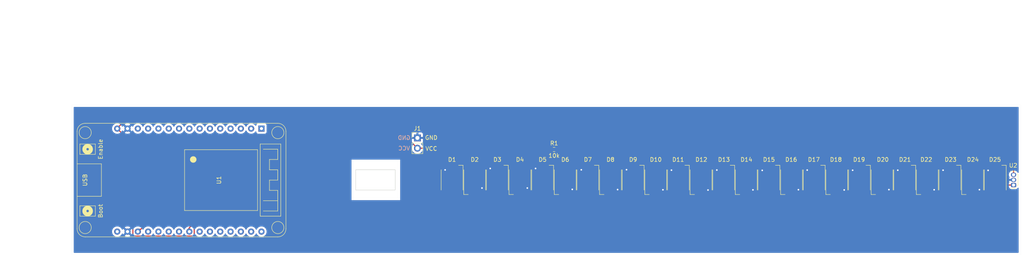
<source format=kicad_pcb>
(kicad_pcb (version 20211014) (generator pcbnew)
  (layers (0 "F.Cu" signal) (31 "B.Cu" signal) (34 "B.Paste" user) (35 "F.Paste" user) (36 "B.SilkS" user "B.Silkscreen") (37 "F.SilkS" user "F.Silkscreen") (38 "B.Mask" user) (39 "F.Mask" user) (44 "Edge.Cuts" user))
  (net 0 "")
  (net 24 "Net-(D3-Pad5)")
  (net 25 "Net-(D3-Pad6)")
  (net 26 "Net-(D4-Pad5)")
  (net 27 "Net-(D4-Pad6)")
  (net 28 "Net-(D5-Pad5)")
  (net 29 "Net-(D5-Pad6)")
  (net 30 "Net-(D6-Pad5)")
  (net 31 "Net-(D6-Pad6)")
  (net 32 "Net-(D7-Pad5)")
  (net 33 "Net-(D7-Pad6)")
  (net 34 "Net-(D8-Pad5)")
  (net 35 "Net-(D8-Pad6)")
  (net 36 "Net-(D1-Pad5)")
  (net 37 "Net-(D1-Pad6)")
  (net 38 "Net-(D2-Pad5)")
  (net 39 "Net-(D2-Pad6)")
  (net 40 "Net-(D10-Pad2)")
  (net 41 "Net-(D10-Pad1)")
  (net 42 "Net-(R1-Pad1)")
  (net 43 "GND")
  (net 44 "VCC")
  (net 45 "Net-(D1-Pad1)")
  (net 46 "Net-(D1-Pad2)")
  (net 49 "Net-(D10-Pad5)")
  (net 50 "Net-(D11-Pad5)")
  (net 51 "Net-(D11-Pad6)")
  (net 52 "Net-(D10-Pad6)")
  (net 53 "Net-(D12-Pad5)")
  (net 54 "Net-(D12-Pad6)")
  (net 55 "Net-(D13-Pad5)")
  (net 56 "Net-(D13-Pad6)")
  (net 57 "Net-(D14-Pad5)")
  (net 58 "Net-(D14-Pad6)")
  (net 59 "Net-(D15-Pad5)")
  (net 60 "Net-(D15-Pad6)")
  (net 61 "Net-(D16-Pad5)")
  (net 62 "Net-(D16-Pad6)")
  (net 63 "Net-(D17-Pad5)")
  (net 64 "Net-(D17-Pad6)")
  (net 65 "Net-(D18-Pad5)")
  (net 66 "Net-(D18-Pad6)")
  (net 67 "Net-(D19-Pad5)")
  (net 68 "Net-(D19-Pad6)")
  (net 69 "Net-(D20-Pad5)")
  (net 70 "Net-(D20-Pad6)")
  (net 71 "Net-(D21-Pad5)")
  (net 72 "Net-(D21-Pad6)")
  (net 73 "Net-(D22-Pad5)")
  (net 74 "Net-(D22-Pad6)")
  (net 75 "Net-(D23-Pad5)")
  (net 76 "Net-(D23-Pad6)")
  (net 77 "Net-(D24-Pad5)")
  (net 78 "Net-(D24-Pad6)")
  (footprint "ESP32_DevKit_V1_DOIT:esp32_devkit_v1_doit" (layer "F.Cu") (at 95.8 94.55 -90)
    (fp_text reference "U1")
    (fp_text value "ESP32_DevKit_V1_DOIT")
  )
  (footprint "LED_SMD:LED_RGB_5050-6" (layer "F.Cu") (at 204.18 94.5 90)
    (fp_text reference "D12")
    (fp_text value "APA102")
  )
  (footprint "LED_SMD:LED_RGB_5050-6" (layer "F.Cu") (at 148.38 94.5 90)
    (fp_text reference "D2")
    (fp_text value "APA102")
  )
  (footprint "LED_SMD:LED_RGB_5050-6" (layer "F.Cu") (at 159.54 94.5 90)
    (fp_text reference "D4")
    (fp_text value "APA102")
  )
  (footprint "LED_SMD:LED_RGB_5050-6" (layer "F.Cu") (at 153.96 94.5 -90)
    (fp_text reference "D3")
    (fp_text value "APA102")
  )
  (footprint "LED_SMD:LED_RGB_5050-6" (layer "F.Cu") (at 165.12 94.5 -90)
    (fp_text reference "D5")
    (fp_text value "APA102")
  )
  (footprint "LED_SMD:LED_RGB_5050-6" (layer "F.Cu") (at 176.28 94.5 -90)
    (fp_text reference "D7")
    (fp_text value "APA102")
  )
  (footprint "LED_SMD:LED_RGB_5050-6" (layer "F.Cu") (at 248.82 94.5 90)
    (fp_text reference "D20")
    (fp_text value "APA102")
  )
  (footprint "LED_SMD:LED_RGB_5050-6" (layer "F.Cu") (at 181.86 94.5 90)
    (fp_text reference "D8")
    (fp_text value "APA102")
  )
  (footprint "LED_SMD:LED_RGB_5050-6" (layer "F.Cu") (at 265.56 94.5 -90)
    (fp_text reference "D23")
    (fp_text value "APA102")
  )
  (footprint "LED_SMD:LED_RGB_5050-6" (layer "F.Cu") (at 187.44 94.5 -90)
    (fp_text reference "D9")
    (fp_text value "APA102")
  )
  (footprint "LED_SMD:LED_RGB_5050-6" (layer "F.Cu") (at 243.24 94.5 -90)
    (fp_text reference "D19")
    (fp_text value "APA102")
  )
  (footprint "LED_SMD:LED_RGB_5050-6" (layer "F.Cu") (at 226.5 94.5 90)
    (fp_text reference "D16")
    (fp_text value "APA102")
  )
  (footprint "LED_SMD:LED_RGB_5050-6" (layer "F.Cu") (at 215.34 94.5 90)
    (fp_text reference "D14")
    (fp_text value "APA102")
  )
  (footprint "Resistor_SMD:R_0603_1608Metric" (layer "F.Cu") (at 167.95 87 180)
    (fp_text reference "R1")
    (fp_text value "10k")
  )
  (footprint "LED_SMD:LED_RGB_5050-6" (layer "F.Cu") (at 271.14 94.5 90)
    (fp_text reference "D24")
    (fp_text value "APA102")
  )
  (footprint "LED_SMD:LED_RGB_5050-6" (layer "F.Cu") (at 259.98 94.5 90)
    (fp_text reference "D22")
    (fp_text value "APA102")
  )
  (footprint "LED_SMD:LED_RGB_5050-6" (layer "F.Cu") (at 220.92 94.5 -90)
    (fp_text reference "D15")
    (fp_text value "APA102")
  )
  (footprint "LED_SMD:LED_RGB_5050-6" (layer "F.Cu") (at 193.02 94.5 90)
    (fp_text reference "D10")
    (fp_text value "APA102")
  )
  (footprint "LED_SMD:LED_RGB_5050-6" (layer "F.Cu") (at 254.4 94.5 -90)
    (fp_text reference "D21")
    (fp_text value "APA102")
  )
  (footprint "Package_TO_SOT_THT:TO-92Flat" (layer "F.Cu") (at 281.235 95.77 90)
    (fp_text reference "U2")
    (fp_text value "3144_hall_effect_sensor-Sensor")
  )
  (footprint "LED_SMD:LED_RGB_5050-6" (layer "F.Cu") (at 198.6 94.5 -90)
    (fp_text reference "D11")
    (fp_text value "APA102")
  )
  (footprint "LED_SMD:LED_RGB_5050-6" (layer "F.Cu") (at 276.72 94.5 -90)
    (fp_text reference "D25")
    (fp_text value "APA102")
  )
  (footprint "LED_SMD:LED_RGB_5050-6" (layer "F.Cu") (at 209.76 94.5 -90)
    (fp_text reference "D13")
    (fp_text value "APA102")
  )
  (footprint "Connector_PinHeader_2.54mm:PinHeader_1x02_P2.54mm_Vertical" (layer "F.Cu") (at 134.25 84.15)
    (fp_text reference "J1")
    (fp_text value "Conn_01x02_Female")
  )
  (footprint "LED_SMD:LED_RGB_5050-6" (layer "F.Cu") (at 142.8 94.5 -90)
    (fp_text reference "D1")
    (fp_text value "APA102")
  )
  (footprint "LED_SMD:LED_RGB_5050-6" (layer "F.Cu") (at 232.08 94.5 -90)
    (fp_text reference "D17")
    (fp_text value "APA102")
  )
  (footprint "LED_SMD:LED_RGB_5050-6" (layer "F.Cu") (at 237.66 94.5 90)
    (fp_text reference "D18")
    (fp_text value "APA102")
  )
  (footprint "LED_SMD:LED_RGB_5050-6" (layer "F.Cu") (at 170.7 94.5 90)
    (fp_text reference "D6")
    (fp_text value "APA102")
  )
  (gr_poly (pts (xy 283 113) (xy 49.009 113) (xy 49 76) (xy 283 76)) (layer "Edge.Cuts") (width 0.01) (fill none))
  (gr_rect (start 119.025 92) (end 128.775 97) (layer "Edge.Cuts") (width 0.1) (fill none))
  (segment (start 153.984 96.369) (end 153.984 95.919) (width 0.25) (layer "F.Cu") (net 24))
  (segment (start 159.572 95.239) (end 159.572 96.369) (width 0.25) (layer "F.Cu") (net 24))
  (segment (start 153.984 95.919) (end 154.858511 95.044489) (width 0.25) (layer "F.Cu") (net 24))
  (segment (start 154.858511 95.044489) (end 159.377489 95.044489) (width 0.25) (layer "F.Cu") (net 24))
  (segment (start 159.377489 95.044489) (end 159.572 95.239) (width 0.25) (layer "F.Cu") (net 24))
  (segment (start 155.684 96.369) (end 157.872 96.369) (width 0.25) (layer "F.Cu") (net 25))
  (segment (start 159.572 91.569) (end 159.572 91.119) (width 0.25) (layer "F.Cu") (net 26))
  (segment (start 160.446511 90.244489) (end 164.285489 90.244489) (width 0.25) (layer "F.Cu") (net 26))
  (segment (start 159.572 91.119) (end 160.446511 90.244489) (width 0.25) (layer "F.Cu") (net 26))
  (segment (start 165.16 91.119) (end 165.16 91.569) (width 0.25) (layer "F.Cu") (net 26))
  (segment (start 164.285489 90.244489) (end 165.16 91.119) (width 0.25) (layer "F.Cu") (net 26))
  (segment (start 157.872 91.569) (end 157.872 91.069978) (width 0.25) (layer "F.Cu") (net 27))
  (segment (start 166.86 91.097) (end 166.86 91.569) (width 0.25) (layer "F.Cu") (net 27))
  (segment (start 159.147009 89.794969) (end 165.557969 89.794969) (width 0.25) (layer "F.Cu") (net 27))
  (segment (start 157.872 91.069978) (end 159.147009 89.794969) (width 0.25) (layer "F.Cu") (net 27))
  (segment (start 165.557969 89.794969) (end 166.86 91.097) (width 0.25) (layer "F.Cu") (net 27))
  (segment (start 165.16 96.369) (end 165.16 95.869978) (width 0.25) (layer "F.Cu") (net 28))
  (segment (start 165.16 95.869978) (end 165.985489 95.044489) (width 0.25) (layer "F.Cu") (net 28))
  (segment (start 170.748 95.919) (end 170.748 96.369) (width 0.25) (layer "F.Cu") (net 28))
  (segment (start 169.873489 95.044489) (end 170.748 95.919) (width 0.25) (layer "F.Cu") (net 28))
  (segment (start 165.985489 95.044489) (end 169.873489 95.044489) (width 0.25) (layer "F.Cu") (net 28))
  (segment (start 166.86 96.369) (end 169.048 96.369) (width 0.25) (layer "F.Cu") (net 29))
  (segment (start 176.336 91.119) (end 176.336 91.569) (width 0.25) (layer "F.Cu") (net 30))
  (segment (start 171.573489 90.244489) (end 175.461489 90.244489) (width 0.25) (layer "F.Cu") (net 30))
  (segment (start 175.461489 90.244489) (end 176.336 91.119) (width 0.25) (layer "F.Cu") (net 30))
  (segment (start 170.748 91.569) (end 170.748 91.069978) (width 0.25) (layer "F.Cu") (net 30))
  (segment (start 170.748 91.069978) (end 171.573489 90.244489) (width 0.25) (layer "F.Cu") (net 30))
  (segment (start 169.048 91.119) (end 170.516 89.651) (width 0.25) (layer "F.Cu") (net 31))
  (segment (start 178.036 91.069978) (end 178.036 91.569) (width 0.25) (layer "F.Cu") (net 31))
  (segment (start 170.516 89.651) (end 176.617022 89.651) (width 0.25) (layer "F.Cu") (net 31))
  (segment (start 169.048 91.569) (end 169.048 91.119) (width 0.25) (layer "F.Cu") (net 31))
  (segment (start 176.617022 89.651) (end 178.036 91.069978) (width 0.25) (layer "F.Cu") (net 31))
  (segment (start 177.161489 95.044489) (end 181.221489 95.044489) (width 0.25) (layer "F.Cu") (net 32))
  (segment (start 181.924 95.747) (end 181.924 96.369) (width 0.25) (layer "F.Cu") (net 32))
  (segment (start 176.336 96.369) (end 176.336 95.869978) (width 0.25) (layer "F.Cu") (net 32))
  (segment (start 176.336 95.869978) (end 177.161489 95.044489) (width 0.25) (layer "F.Cu") (net 32))
  (segment (start 181.221489 95.044489) (end 181.924 95.747) (width 0.25) (layer "F.Cu") (net 32))
  (segment (start 178.036 96.369) (end 180.224 96.369) (width 0.25) (layer "F.Cu") (net 33))
  (segment (start 181.924 91.569) (end 181.924 91.119) (width 0.25) (layer "F.Cu") (net 34))
  (segment (start 186.835489 90.244489) (end 187.512 90.921) (width 0.25) (layer "F.Cu") (net 34))
  (segment (start 182.798511 90.244489) (end 186.835489 90.244489) (width 0.25) (layer "F.Cu") (net 34))
  (segment (start 187.512 90.921) (end 187.512 91.569) (width 0.25) (layer "F.Cu") (net 34))
  (segment (start 181.924 91.119) (end 182.798511 90.244489) (width 0.25) (layer "F.Cu") (net 34))
  (segment (start 180.224 91.569) (end 180.224 91.069978) (width 0.25) (layer "F.Cu") (net 35))
  (segment (start 189.212 91.069978) (end 189.212 91.569) (width 0.25) (layer "F.Cu") (net 35))
  (segment (start 181.499009 89.794969) (end 187.936991 89.794969) (width 0.25) (layer "F.Cu") (net 35))
  (segment (start 180.224 91.069978) (end 181.499009 89.794969) (width 0.25) (layer "F.Cu") (net 35))
  (segment (start 187.936991 89.794969) (end 189.212 91.069978) (width 0.25) (layer "F.Cu") (net 35))
  (segment (start 142.808 96.369) (end 142.808 95.919) (width 0.25) (layer "F.Cu") (net 36))
  (segment (start 143.682511 95.044489) (end 148.201489 95.044489) (width 0.25) (layer "F.Cu") (net 36))
  (segment (start 148.396 95.239) (end 148.396 96.369) (width 0.25) (layer "F.Cu") (net 36))
  (segment (start 142.808 95.919) (end 143.682511 95.044489) (width 0.25) (layer "F.Cu") (net 36))
  (segment (start 148.201489 95.044489) (end 148.396 95.239) (width 0.25) (layer "F.Cu") (net 36))
  (segment (start 145.016 96.369) (end 146.696 96.369) (width 0.25) (layer "F.Cu") (net 37))
  (segment (start 153.984 90.921) (end 153.984 91.569) (width 0.25) (layer "F.Cu") (net 38))
  (segment (start 153.307489 90.244489) (end 153.984 90.921) (width 0.25) (layer "F.Cu") (net 38))
  (segment (start 149.270511 90.244489) (end 153.307489 90.244489) (width 0.25) (layer "F.Cu") (net 38))
  (segment (start 148.396 91.569) (end 148.396 91.119) (width 0.25) (layer "F.Cu") (net 38))
  (segment (start 148.396 91.119) (end 149.270511 90.244489) (width 0.25) (layer "F.Cu") (net 38))
  (segment (start 155.684 91.097) (end 155.684 91.569) (width 0.25) (layer "F.Cu") (net 39))
  (segment (start 146.696 91.569) (end 146.696 91.119) (width 0.25) (layer "F.Cu") (net 39))
  (segment (start 154.381969 89.794969) (end 155.684 91.097) (width 0.25) (layer "F.Cu") (net 39))
  (segment (start 146.696 91.119) (end 148.020031 89.794969) (width 0.25) (layer "F.Cu") (net 39))
  (segment (start 148.020031 89.794969) (end 154.381969 89.794969) (width 0.25) (layer "F.Cu") (net 39))
  (segment (start 188.386511 95.044489) (end 192.225489 95.044489) (width 0.25) (layer "F.Cu") (net 40))
  (segment (start 192.225489 95.044489) (end 193.1 95.919) (width 0.25) (layer "F.Cu") (net 40))
  (segment (start 193.1 95.919) (end 193.1 96.369) (width 0.25) (layer "F.Cu") (net 40))
  (segment (start 187.512 96.369) (end 187.512 95.919) (width 0.25) (layer "F.Cu") (net 40))
  (segment (start 187.512 95.919) (end 188.386511 95.044489) (width 0.25) (layer "F.Cu") (net 40))
  (segment (start 189.212 96.369) (end 191.4 96.369) (width 0.25) (layer "F.Cu") (net 41))
  (segment (start 169.57452 87.79952) (end 168.775 87) (width 0.25) (layer "F.Cu") (net 42))
  (segment (start 279.86096 90.46) (end 277.20048 87.79952) (width 0.25) (layer "F.Cu") (net 42))
  (segment (start 281.235 90.46) (end 279.86096 90.46) (width 0.25) (layer "F.Cu") (net 42))
  (segment (start 277.20048 87.79952) (end 169.57452 87.79952) (width 0.25) (layer "F.Cu") (net 42))
  (segment (start 281.235 90.46) (end 281.235 93.23) (width 0.25) (layer "F.Cu") (net 42))
  (via (at 208.08 92.07) (size 0.8) (drill 0.4) (layers "F.Cu" "B.Cu") (net 43))
  (via (at 196.89 92.1) (size 0.8) (drill 0.4) (layers "F.Cu" "B.Cu") (net 43))
  (via (at 250.51 96.9) (size 0.8) (drill 0.4) (layers "F.Cu" "B.Cu") (net 43))
  (via (at 274.96 92.15) (size 0.8) (drill 0.4) (layers "F.Cu" "B.Cu") (net 43))
  (via (at 183.611 96.889) (size 0.8) (drill 0.4) (layers "F.Cu" "B.Cu") (net 43))
  (via (at 263.86 92.11) (size 0.8) (drill 0.4) (layers "F.Cu" "B.Cu") (net 43))
  (via (at 252.69 92.11) (size 0.8) (drill 0.4) (layers "F.Cu" "B.Cu") (net 43))
  (via (at 272.82 96.91) (size 0.8) (drill 0.4) (layers "F.Cu" "B.Cu") (net 43))
  (via (at 216.98 96.96) (size 0.8) (drill 0.4) (layers "F.Cu" "B.Cu") (net 43))
  (via (at 261.66 96.93) (size 0.8) (drill 0.4) (layers "F.Cu" "B.Cu") (net 43))
  (via (at 163.382 91.683) (size 0.8) (drill 0.4) (layers "F.Cu" "B.Cu") (net 43))
  (via (at 161.35 96.509) (size 0.8) (drill 0.4) (layers "F.Cu" "B.Cu") (net 43))
  (via (at 185.811 91.989) (size 0.8) (drill 0.4) (layers "F.Cu" "B.Cu") (net 43))
  (via (at 174.661 92.014) (size 0.8) (drill 0.4) (layers "F.Cu" "B.Cu") (net 43))
  (via (at 228.19 96.92) (size 0.8) (drill 0.4) (layers "F.Cu" "B.Cu") (net 43))
  (via (at 172.436 96.839) (size 0.8) (drill 0.4) (layers "F.Cu" "B.Cu") (net 43))
  (via (at 239.48 96.98) (size 0.8) (drill 0.4) (layers "F.Cu" "B.Cu") (net 43))
  (via (at 230.36 92.08) (size 0.8) (drill 0.4) (layers "F.Cu" "B.Cu") (net 43))
  (via (at 150.174 96.509) (size 0.8) (drill 0.4) (layers "F.Cu" "B.Cu") (net 43))
  (via (at 241.56 92.12) (size 0.8) (drill 0.4) (layers "F.Cu" "B.Cu") (net 43))
  (via (at 219.27 92.15) (size 0.8) (drill 0.4) (layers "F.Cu" "B.Cu") (net 43))
  (via (at 194.786 96.939) (size 0.8) (drill 0.4) (layers "F.Cu" "B.Cu") (net 43))
  (via (at 205.9 97) (size 0.8) (drill 0.4) (layers "F.Cu" "B.Cu") (net 43))
  (via (at 152.206 91.683) (size 0.8) (drill 0.4) (layers "F.Cu" "B.Cu") (net 43))
  (via (at 141.086 92.039) (size 0.8) (drill 0.4) (layers "F.Cu" "B.Cu") (net 43))
  (segment (start 174.636 96.889) (end 174.636 96.439) (width 0.25) (layer "F.Cu") (net 44))
  (segment (start 141.108 96.439) (end 143.00848 94.53852) (width 0.25) (layer "F.Cu") (net 44))
  (segment (start 89.065718 96.38) (end 79.216511 106.229207) (width 0.25) (layer "F.Cu") (net 44))
  (segment (start 275.02 96.45) (end 276.99 94.48) (width 0.25) (layer "F.Cu") (net 44))
  (segment (start 183.0215 93.5785) (end 185.812 96.369) (width 0.25) (layer "F.Cu") (net 44))
  (segment (start 260.97 93.84) (end 261.68 93.13) (width 0.25) (layer "F.Cu") (net 44))
  (segment (start 79.216511 106.229207) (end 79.216511 108.308489) (width 0.25) (layer "F.Cu") (net 44))
  (segment (start 149.979489 92.893511) (end 150.096 92.777) (width 0.25) (layer "F.Cu") (net 44))
  (segment (start 205.17 93.83) (end 205.88 93.12) (width 0.25) (layer "F.Cu") (net 44))
  (segment (start 216.45 93.84) (end 217.04 93.25) (width 0.25) (layer "F.Cu") (net 44))
  (segment (start 278.3 94.48) (end 279.59 95.77) (width 0.25) (layer "F.Cu") (net 44))
  (segment (start 174.636 96.45) (end 177.5075 93.5785) (width 0.25) (layer "F.Cu") (net 44))
  (segment (start 271.68 94.02) (end 272.14 94.02) (width 0.25) (layer "F.Cu") (net 44))
  (segment (start 134.25 86.69) (end 166.815 86.69) (width 0.25) (layer "F.Cu") (net 44))
  (segment (start 241.54 96.9) (end 241.54 96.45) (width 0.25) (layer "F.Cu") (net 44))
  (segment (start 134.87198 100.12502) (end 92.810738 100.12502) (width 0.25) (layer "F.Cu") (net 44))
  (segment (start 161.272 92.777) (end 161.272 91.569) (width 0.25) (layer "F.Cu") (net 44))
  (segment (start 194.436489 94.436489) (end 196.9 96.9) (width 0.25) (layer "F.Cu") (net 44))
  (segment (start 61.436511 80.563489) (end 60.25 81.75) (width 0.25) (layer "F.Cu") (net 44))
  (segment (start 275.02 96.9) (end 275.02 96.45) (width 0.25) (layer "F.Cu") (net 44))
  (segment (start 194.436489 93.638511) (end 194.72 93.355) (width 0.25) (layer "F.Cu") (net 44))
  (segment (start 205.17 93.83) (end 205.17 94.01) (width 0.25) (layer "F.Cu") (net 44))
  (segment (start 149.505458 94.53852) (end 149.979489 94.064489) (width 0.25) (layer "F.Cu") (net 44))
  (segment (start 171.622511 92.893511) (end 171.643489 92.893511) (width 0.25) (layer "F.Cu") (net 44))
  (segment (start 272.84 92.86) (end 272.84 92.1) (width 0.25) (layer "F.Cu") (net 44))
  (segment (start 161.155489 92.893511) (end 161.272 92.777) (width 0.25) (layer "F.Cu") (net 44))
  (segment (start 185.812 96.889) (end 185.812 96.439) (width 0.25) (layer "F.Cu") (net 44))
  (segment (start 250.52 93.29) (end 250.52 92.1) (width 0.25) (layer "F.Cu") (net 44))
  (segment (start 196.9 96.45) (end 199.52 93.83) (width 0.25) (layer "F.Cu") (net 44))
  (segment (start 166.815 86.69) (end 167.125 87) (width 0.25) (layer "F.Cu") (net 44))
  (segment (start 177.5075 93.5785) (end 183.0215 93.5785) (width 0.25) (layer "F.Cu") (net 44))
  (segment (start 249.72 94.09) (end 249.89 94.09) (width 0.25) (layer "F.Cu") (net 44))
  (segment (start 252.7 96.45) (end 255.31 93.84) (width 0.25) (layer "F.Cu") (net 44))
  (segment (start 152.284 96.439) (end 154.658511 94.064489) (width 0.25) (layer "F.Cu") (net 44))
  (segment (start 249.72 94.09) (end 250.52 93.29) (width 0.25) (layer "F.Cu") (net 44))
  (segment (start 185.812 96.45) (end 188.623489 93.638511) (width 0.25) (layer "F.Cu") (net 44))
  (segment (start 143.00848 94.53852) (end 149.505458 94.53852) (width 0.25) (layer "F.Cu") (net 44))
  (segment (start 149.979489 94.064489) (end 152.284 96.369) (width 0.25) (layer "F.Cu") (net 44))
  (segment (start 196.9 96.9) (end 196.9 96.45) (width 0.25) (layer "F.Cu") (net 44))
  (segment (start 79.216511 108.308489) (end 79.175 108.35) (width 0.25) (layer "F.Cu") (net 44))
  (segment (start 163.46 96.9) (end 163.46 96.45) (width 0.25) (layer "F.Cu") (net 44))
  (segment (start 252.7 96.9) (end 252.7 96.45) (width 0.25) (layer "F.Cu") (net 44))
  (segment (start 239.36 93.18) (end 239.36 92.1) (width 0.25) (layer "F.Cu") (net 44))
  (segment (start 61.436511 80.193489) (end 61.436511 80.563489) (width 0.25) (layer "F.Cu") (net 44))
  (segment (start 64.1 85.71) (end 60.24 81.85) (width 0.25) (layer "F.Cu") (net 44))
  (segment (start 238.71 94.07) (end 241.54 96.9) (width 0.25) (layer "F.Cu") (net 44))
  (segment (start 185.812 96.9) (end 185.812 96.45) (width 0.25) (layer "F.Cu") (net 44))
  (segment (start 271.68 94.02) (end 272.84 92.86) (width 0.25) (layer "F.Cu") (net 44))
  (segment (start 263.86 96.45) (end 266.29 94.02) (width 0.25) (layer "F.Cu") (net 44))
  (segment (start 228.2 93.1) (end 228.2 92.1) (width 0.25) (layer "F.Cu") (net 44))
  (segment (start 150.096 92.777) (end 150.096 91.569) (width 0.25) (layer "F.Cu") (net 44))
  (segment (start 182.798511 92.893511) (end 182.819489 92.893511) (width 0.25) (layer "F.Cu") (net 44))
  (segment (start 227.41 93.93) (end 230.38 96.9) (width 0.25) (layer "F.Cu") (net 44))
  (segment (start 261.68 93.13) (end 261.68 92.1) (width 0.25) (layer "F.Cu") (net 44))
  (segment (start 241.54 96.45) (end 243.9 94.09) (width 0.25) (layer "F.Cu") (net 44))
  (segment (start 227.41 93.89) (end 228.2 93.1) (width 0.25) (layer "F.Cu") (net 44))
  (segment (start 141.108 96.889) (end 141.108 96.439) (width 0.25) (layer "F.Cu") (net 44))
  (segment (start 171.871 93.604) (end 174.636 96.369) (width 0.25) (layer "F.Cu") (net 44))
  (segment (start 249.89 94.09) (end 252.7 96.9) (width 0.25) (layer "F.Cu") (net 44))
  (segment (start 163.46 96.45) (end 166.306 93.604) (width 0.25) (layer "F.Cu") (net 44))
  (segment (start 154.658511 94.064489) (end 161.155489 94.064489) (width 0.25) (layer "F.Cu") (net 44))
  (segment (start 127.753489 80.193489) (end 61.436511 80.193489) (width 0.25) (layer "F.Cu") (net 44))
  (segment (start 238.47 94.07) (end 239.36 93.18) (width 0.25) (layer "F.Cu") (net 44))
  (segment (start 194.72 93.355) (end 194.72 92.1) (width 0.25) (layer "F.Cu") (net 44))
  (segment (start 161.155489 94.064489) (end 163.46 96.369) (width 0.25) (layer "F.Cu") (net 44))
  (segment (start 182.798511 92.893511) (end 182.798511 93.355511) (width 0.25) (layer "F.Cu") (net 44))
  (segment (start 255.31 93.84) (end 260.97 93.84) (width 0.25) (layer "F.Cu") (net 44))
  (segment (start 182.819489 92.893511) (end 183.624 92.089) (width 0.25) (layer "F.Cu") (net 44))
  (segment (start 266.29 94.02) (end 271.68 94.02) (width 0.25) (layer "F.Cu") (net 44))
  (segment (start 260.97 93.84) (end 260.97 94.01) (width 0.25) (layer "F.Cu") (net 44))
  (segment (start 208.06 96.45) (end 210.67 93.84) (width 0.25) (layer "F.Cu") (net 44))
  (segment (start 263.86 96.9) (end 263.86 96.45) (width 0.25) (layer "F.Cu") (net 44))
  (segment (start 171.643489 92.893511) (end 172.448 92.089) (width 0.25) (layer "F.Cu") (net 44))
  (segment (start 163.46 96.889) (end 163.46 96.439) (width 0.25) (layer "F.Cu") (net 44))
  (segment (start 219.22 96.9) (end 219.22 96.45) (width 0.25) (layer "F.Cu") (net 44))
  (segment (start 208.06 96.9) (end 208.06 96.45) (width 0.25) (layer "F.Cu") (net 44))
  (segment (start 194.436489 93.638511) (end 194.436489 94.436489) (width 0.25) (layer "F.Cu") (net 44))
  (segment (start 182.798511 93.355511) (end 183.0215 93.5785) (width 0.25) (layer "F.Cu") (net 44))
  (segment (start 134.25 86.69) (end 127.753489 80.193489) (width 0.25) (layer "F.Cu") (net 44))
  (segment (start 161.155489 92.893511) (end 161.155489 94.064489) (width 0.25) (layer "F.Cu") (net 44))
  (segment (start 174.636 96.9) (end 174.636 96.45) (width 0.25) (layer "F.Cu") (net 44))
  (segment (start 219.22 96.45) (end 221.78 93.89) (width 0.25) (layer "F.Cu") (net 44))
  (segment (start 92.810738 100.12502) (end 89.065718 96.38) (width 0.25) (layer "F.Cu") (net 44))
  (segment (start 79.175 108.35) (end 64.1 108.35) (width 0.25) (layer "F.Cu") (net 44))
  (segment (start 243.9 94.09) (end 249.72 94.09) (width 0.25) (layer "F.Cu") (net 44))
  (segment (start 188.623489 93.638511) (end 194.436489 93.638511) (width 0.25) (layer "F.Cu") (net 44))
  (segment (start 210.67 93.84) (end 216.45 93.84) (width 0.25) (layer "F.Cu") (net 44))
  (segment (start 171.622511 93.355511) (end 171.871 93.604) (width 0.25) (layer "F.Cu") (net 44))
  (segment (start 238.47 94.07) (end 238.71 94.07) (width 0.25) (layer "F.Cu") (net 44))
  (segment (start 260.97 94.01) (end 263.86 96.9) (width 0.25) (layer "F.Cu") (net 44))
  (segment (start 279.59 95.77) (end 281.235 95.77) (width 0.25) (layer "F.Cu") (net 44))
  (segment (start 276.99 94.48) (end 278.3 94.48) (width 0.25) (layer "F.Cu") (net 44))
  (segment (start 230.38 96.9) (end 230.38 96.45) (width 0.25) (layer "F.Cu") (net 44))
  (segment (start 138.108 96.889) (end 134.87198 100.12502) (width 0.25) (layer "F.Cu") (net 44))
  (segment (start 205.88 93.12) (end 205.88 92.1) (width 0.25) (layer "F.Cu") (net 44))
  (segment (start 205.17 94.01) (end 208.06 96.9) (width 0.25) (layer "F.Cu") (net 44))
  (segment (start 149.979489 92.893511) (end 149.979489 94.064489) (width 0.25) (layer "F.Cu") (net 44))
  (segment (start 232.76 94.07) (end 238.47 94.07) (width 0.25) (layer "F.Cu") (net 44))
  (segment (start 230.38 96.45) (end 232.76 94.07) (width 0.25) (layer "F.Cu") (net 44))
  (segment (start 152.284 96.889) (end 152.284 96.439) (width 0.25) (layer "F.Cu") (net 44))
  (segment (start 141.108 96.889) (end 138.108 96.889) (width 0.25) (layer "F.Cu") (net 44))
  (segment (start 227.41 93.89) (end 227.41 93.93) (width 0.25) (layer "F.Cu") (net 44))
  (segment (start 64.1 108.35) (end 64.1 85.71) (width 0.25) (layer "F.Cu") (net 44))
  (segment (start 199.52 93.83) (end 205.17 93.83) (width 0.25) (layer "F.Cu") (net 44))
  (segment (start 216.45 93.84) (end 216.45 94.13) (width 0.25) (layer "F.Cu") (net 44))
  (segment (start 221.78 93.89) (end 227.41 93.89) (width 0.25) (layer "F.Cu") (net 44))
  (segment (start 166.306 93.604) (end 171.871 93.604) (width 0.25) (layer "F.Cu") (net 44))
  (segment (start 272.14 94.02) (end 275.02 96.9) (width 0.25) (layer "F.Cu") (net 44))
  (segment (start 217.04 93.25) (end 217.04 92.1) (width 0.25) (layer "F.Cu") (net 44))
  (segment (start 171.622511 92.893511) (end 171.622511 93.355511) (width 0.25) (layer "F.Cu") (net 44))
  (segment (start 216.45 94.13) (end 219.22 96.9) (width 0.25) (layer "F.Cu") (net 44))
  (segment (start 136.075 88.925) (end 139.661 92.511) (width 0.25) (layer "F.Cu") (net 45))
  (segment (start 144.508 92.903282) (end 143.322282 94.089) (width 0.25) (layer "F.Cu") (net 45))
  (segment (start 143.322282 94.089) (end 139.661 94.089) (width 0.25) (layer "F.Cu") (net 45))
  (segment (start 139.661 92.511) (end 139.661 94.089) (width 0.25) (layer "F.Cu") (net 45))
  (segment (start 77.95 106.375) (end 95.4 88.925) (width 0.25) (layer "F.Cu") (net 45))
  (segment (start 77.95 107.07) (end 77.95 106.375) (width 0.25) (layer "F.Cu") (net 45))
  (segment (start 95.4 88.925) (end 136.075 88.925) (width 0.25) (layer "F.Cu") (net 45))
  (segment (start 78.03 107.15) (end 77.95 107.07) (width 0.25) (layer "F.Cu") (net 45))
  (segment (start 144.508 92.089) (end 144.508 92.903282) (width 0.25) (layer "F.Cu") (net 45))
  (segment (start 142.057401 93.326621) (end 142.057401 92.319599) (width 0.25) (layer "F.Cu") (net 46))
  (segment (start 137.174502 88.47548) (end 140.211 91.511978) (width 0.25) (layer "F.Cu") (net 46))
  (segment (start 140.433978 93.614) (end 142.061 93.614) (width 0.25) (layer "F.Cu") (net 46))
  (segment (start 140.211 93.391022) (end 140.433978 93.614) (width 0.25) (layer "F.Cu") (net 46))
  (segment (start 66.04 106.68) (end 84.24452 88.47548) (width 0.25) (layer "F.Cu") (net 46))
  (segment (start 65.8 106.68) (end 65.33 107.15) (width 0.25) (layer "F.Cu") (net 46))
  (segment (start 142.577401 92.319599) (end 142.808 92.089) (width 0.25) (layer "F.Cu") (net 46))
  (segment (start 142.061 93.614) (end 142.061 93.33022) (width 0.25) (layer "F.Cu") (net 46))
  (segment (start 142.057401 92.319599) (end 142.577401 92.319599) (width 0.25) (layer "F.Cu") (net 46))
  (segment (start 66.04 106.68) (end 65.8 106.68) (width 0.25) (layer "F.Cu") (net 46))
  (segment (start 142.061 93.33022) (end 142.057401 93.326621) (width 0.25) (layer "F.Cu") (net 46))
  (segment (start 84.24452 88.47548) (end 137.174502 88.47548) (width 0.25) (layer "F.Cu") (net 46))
  (segment (start 140.211 91.511978) (end 140.211 93.391022) (width 0.25) (layer "F.Cu") (net 46))
  (segment (start 193.02 92.1) (end 193.02 91.65) (width 0.25) (layer "F.Cu") (net 49))
  (segment (start 198.6 91.07) (end 198.6 92.1) (width 0.25) (layer "F.Cu") (net 49))
  (segment (start 197.66 90.13) (end 198.6 91.07) (width 0.25) (layer "F.Cu") (net 49))
  (segment (start 194.54 90.13) (end 197.66 90.13) (width 0.25) (layer "F.Cu") (net 49))
  (segment (start 193.02 91.65) (end 194.54 90.13) (width 0.25) (layer "F.Cu") (net 49))
  (segment (start 198.6 96.9) (end 198.6 96.45) (width 0.25) (layer "F.Cu") (net 50))
  (segment (start 203.355489 95.575489) (end 204.18 96.4) (width 0.25) (layer "F.Cu") (net 50))
  (segment (start 204.18 96.4) (end 204.18 96.9) (width 0.25) (layer "F.Cu") (net 50))
  (segment (start 199.474511 95.575489) (end 203.355489 95.575489) (width 0.25) (layer "F.Cu") (net 50))
  (segment (start 198.6 96.45) (end 199.474511 95.575489) (width 0.25) (layer "F.Cu") (net 50))
  (segment (start 200.3 96.9) (end 202.48 96.9) (width 0.25) (layer "F.Cu") (net 51))
  (segment (start 200.3 91.600978) (end 200.3 92.1) (width 0.25) (layer "F.Cu") (net 52))
  (segment (start 191.32 91.65) (end 193.28952 89.68048) (width 0.25) (layer "F.Cu") (net 52))
  (segment (start 191.32 92.1) (end 191.32 91.65) (width 0.25) (layer "F.Cu") (net 52))
  (segment (start 193.28952 89.68048) (end 198.379502 89.68048) (width 0.25) (layer "F.Cu") (net 52))
  (segment (start 198.379502 89.68048) (end 200.3 91.600978) (width 0.25) (layer "F.Cu") (net 52))
  (segment (start 205.34 90.29) (end 209.58 90.29) (width 0.25) (layer "F.Cu") (net 53))
  (segment (start 209.58 90.29) (end 209.76 90.47) (width 0.25) (layer "F.Cu") (net 53))
  (segment (start 204.18 91.45) (end 205.34 90.29) (width 0.25) (layer "F.Cu") (net 53))
  (segment (start 204.18 92.1) (end 204.18 91.45) (width 0.25) (layer "F.Cu") (net 53))
  (segment (start 209.76 90.47) (end 209.76 92.1) (width 0.25) (layer "F.Cu") (net 53))
  (segment (start 211.46 90.62) (end 211.46 92.1) (width 0.25) (layer "F.Cu") (net 54))
  (segment (start 202.48 92.1) (end 202.48 90.45) (width 0.25) (layer "F.Cu") (net 54))
  (segment (start 203.22 89.71) (end 210.55 89.71) (width 0.25) (layer "F.Cu") (net 54))
  (segment (start 202.48 90.45) (end 203.22 89.71) (width 0.25) (layer "F.Cu") (net 54))
  (segment (start 210.55 89.71) (end 211.46 90.62) (width 0.25) (layer "F.Cu") (net 54))
  (segment (start 209.76 96.9) (end 209.76 96.45) (width 0.25) (layer "F.Cu") (net 55))
  (segment (start 209.76 96.45) (end 210.634511 95.575489) (width 0.25) (layer "F.Cu") (net 55))
  (segment (start 215.34 95.65) (end 215.34 96.9) (width 0.25) (layer "F.Cu") (net 55))
  (segment (start 215.265489 95.575489) (end 215.34 95.65) (width 0.25) (layer "F.Cu") (net 55))
  (segment (start 210.634511 95.575489) (end 215.265489 95.575489) (width 0.25) (layer "F.Cu") (net 55))
  (segment (start 211.46 96.9) (end 213.64 96.9) (width 0.25) (layer "F.Cu") (net 56))
  (segment (start 216.46 90.44) (end 219.71 90.44) (width 0.25) (layer "F.Cu") (net 57))
  (segment (start 215.34 92.1) (end 215.34 91.56) (width 0.25) (layer "F.Cu") (net 57))
  (segment (start 219.71 90.44) (end 220.92 91.65) (width 0.25) (layer "F.Cu") (net 57))
  (segment (start 215.34 91.56) (end 216.46 90.44) (width 0.25) (layer "F.Cu") (net 57))
  (segment (start 220.92 91.65) (end 220.92 92.1) (width 0.25) (layer "F.Cu") (net 57))
  (segment (start 215.33 89.87) (end 221.42 89.87) (width 0.25) (layer "F.Cu") (net 58))
  (segment (start 222.62 91.07) (end 222.62 92.1) (width 0.25) (layer "F.Cu") (net 58))
  (segment (start 221.42 89.87) (end 222.62 91.07) (width 0.25) (layer "F.Cu") (net 58))
  (segment (start 213.64 91.56) (end 215.33 89.87) (width 0.25) (layer "F.Cu") (net 58))
  (segment (start 213.64 92.1) (end 213.64 91.56) (width 0.25) (layer "F.Cu") (net 58))
  (segment (start 220.92 96.45) (end 221.794511 95.575489) (width 0.25) (layer "F.Cu") (net 59))
  (segment (start 220.92 96.9) (end 220.92 96.45) (width 0.25) (layer "F.Cu") (net 59))
  (segment (start 221.794511 95.575489) (end 226.075489 95.575489) (width 0.25) (layer "F.Cu") (net 59))
  (segment (start 226.075489 95.575489) (end 226.5 96) (width 0.25) (layer "F.Cu") (net 59))
  (segment (start 226.5 96) (end 226.5 96.9) (width 0.25) (layer "F.Cu") (net 59))
  (segment (start 222.62 96.9) (end 224.8 96.9) (width 0.25) (layer "F.Cu") (net 60))
  (segment (start 226.5 92.1) (end 226.5 90.78) (width 0.25) (layer "F.Cu") (net 61))
  (segment (start 232.08 91.65) (end 232.08 92.1) (width 0.25) (layer "F.Cu") (net 61))
  (segment (start 230.82 90.39) (end 232.08 91.65) (width 0.25) (layer "F.Cu") (net 61))
  (segment (start 226.89 90.39) (end 230.82 90.39) (width 0.25) (layer "F.Cu") (net 61))
  (segment (start 226.5 90.78) (end 226.89 90.39) (width 0.25) (layer "F.Cu") (net 61))
  (segment (start 224.8 91.125) (end 226.075 89.85) (width 0.25) (layer "F.Cu") (net 62))
  (segment (start 226.075 89.85) (end 232.525 89.85) (width 0.25) (layer "F.Cu") (net 62))
  (segment (start 233.78 91.105) (end 233.78 92.1) (width 0.25) (layer "F.Cu") (net 62))
  (segment (start 232.525 89.85) (end 233.78 91.105) (width 0.25) (layer "F.Cu") (net 62))
  (segment (start 224.8 92.1) (end 224.8 91.125) (width 0.25) (layer "F.Cu") (net 62))
  (segment (start 237.305489 95.575489) (end 237.66 95.93) (width 0.25) (layer "F.Cu") (net 63))
  (segment (start 232.08 96.45) (end 232.954511 95.575489) (width 0.25) (layer "F.Cu") (net 63))
  (segment (start 232.08 96.9) (end 232.08 96.45) (width 0.25) (layer "F.Cu") (net 63))
  (segment (start 232.954511 95.575489) (end 237.305489 95.575489) (width 0.25) (layer "F.Cu") (net 63))
  (segment (start 237.66 95.93) (end 237.66 96.9) (width 0.25) (layer "F.Cu") (net 63))
  (segment (start 233.78 96.9) (end 235.96 96.9) (width 0.25) (layer "F.Cu") (net 64))
  (segment (start 243.24 91.65) (end 243.24 92.1) (width 0.25) (layer "F.Cu") (net 65))
  (segment (start 237.66 92.1) (end 237.66 91.415) (width 0.25) (layer "F.Cu") (net 65))
  (segment (start 241.915 90.325) (end 243.24 91.65) (width 0.25) (layer "F.Cu") (net 65))
  (segment (start 238.75 90.325) (end 241.915 90.325) (width 0.25) (layer "F.Cu") (net 65))
  (segment (start 237.66 91.415) (end 238.75 90.325) (width 0.25) (layer "F.Cu") (net 65))
  (segment (start 235.96 92.1) (end 235.96 91.600978) (width 0.25) (layer "F.Cu") (net 66))
  (segment (start 237.685498 89.87548) (end 243.214502 89.87548) (width 0.25) (layer "F.Cu") (net 66))
  (segment (start 244.94 91.600978) (end 244.94 92.1) (width 0.25) (layer "F.Cu") (net 66))
  (segment (start 243.214502 89.87548) (end 244.94 91.600978) (width 0.25) (layer "F.Cu") (net 66))
  (segment (start 235.96 91.600978) (end 237.685498 89.87548) (width 0.25) (layer "F.Cu") (net 66))
  (segment (start 243.24 96.45) (end 244.114511 95.575489) (width 0.25) (layer "F.Cu") (net 67))
  (segment (start 248.82 96.45) (end 248.82 96.9) (width 0.25) (layer "F.Cu") (net 67))
  (segment (start 247.945489 95.575489) (end 248.82 96.45) (width 0.25) (layer "F.Cu") (net 67))
  (segment (start 243.24 96.9) (end 243.24 96.45) (width 0.25) (layer "F.Cu") (net 67))
  (segment (start 244.114511 95.575489) (end 247.945489 95.575489) (width 0.25) (layer "F.Cu") (net 67))
  (segment (start 244.94 96.9) (end 247.12 96.9) (width 0.25) (layer "F.Cu") (net 68))
  (segment (start 248.82 92.1) (end 248.82 91.65) (width 0.25) (layer "F.Cu") (net 69))
  (segment (start 248.82 91.65) (end 249.694511 90.775489) (width 0.25) (layer "F.Cu") (net 69))
  (segment (start 249.694511 90.775489) (end 253.525489 90.775489) (width 0.25) (layer "F.Cu") (net 69))
  (segment (start 254.4 91.65) (end 254.4 92.1) (width 0.25) (layer "F.Cu") (net 69))
  (segment (start 253.525489 90.775489) (end 254.4 91.65) (width 0.25) (layer "F.Cu") (net 69))
  (segment (start 247.12 92.1) (end 247.12 91.600978) (width 0.25) (layer "F.Cu") (net 70))
  (segment (start 256.1 91.775) (end 256.1 92.1) (width 0.25) (layer "F.Cu") (net 70))
  (segment (start 247.12 91.600978) (end 248.570978 90.15) (width 0.25) (layer "F.Cu") (net 70))
  (segment (start 254.475 90.15) (end 256.1 91.775) (width 0.25) (layer "F.Cu") (net 70))
  (segment (start 248.570978 90.15) (end 254.475 90.15) (width 0.25) (layer "F.Cu") (net 70))
  (segment (start 254.4 96.9) (end 254.4 96.45) (width 0.25) (layer "F.Cu") (net 71))
  (segment (start 259.98 95.73) (end 259.98 96.9) (width 0.25) (layer "F.Cu") (net 71))
  (segment (start 259.825489 95.575489) (end 259.98 95.73) (width 0.25) (layer "F.Cu") (net 71))
  (segment (start 254.4 96.45) (end 255.274511 95.575489) (width 0.25) (layer "F.Cu") (net 71))
  (segment (start 255.274511 95.575489) (end 259.825489 95.575489) (width 0.25) (layer "F.Cu") (net 71))
  (segment (start 256.1 96.9) (end 258.28 96.9) (width 0.25) (layer "F.Cu") (net 72))
  (segment (start 260.35 90.425) (end 264.335 90.425) (width 0.25) (layer "F.Cu") (net 73))
  (segment (start 264.335 90.425) (end 265.56 91.65) (width 0.25) (layer "F.Cu") (net 73))
  (segment (start 265.56 91.65) (end 265.56 92.1) (width 0.25) (layer "F.Cu") (net 73))
  (segment (start 259.98 92.1) (end 259.98 90.795) (width 0.25) (layer "F.Cu") (net 73))
  (segment (start 259.98 90.795) (end 260.35 90.425) (width 0.25) (layer "F.Cu") (net 73))
  (segment (start 258.28 92.1) (end 258.28 90.72) (width 0.25) (layer "F.Cu") (net 74))
  (segment (start 265.525 89.975) (end 267.26 91.71) (width 0.25) (layer "F.Cu") (net 74))
  (segment (start 267.26 91.71) (end 267.26 92.1) (width 0.25) (layer "F.Cu") (net 74))
  (segment (start 258.28 90.72) (end 259.025 89.975) (width 0.25) (layer "F.Cu") (net 74))
  (segment (start 259.025 89.975) (end 265.525 89.975) (width 0.25) (layer "F.Cu") (net 74))
  (segment (start 270.525489 95.575489) (end 271.14 96.19) (width 0.25) (layer "F.Cu") (net 75))
  (segment (start 271.14 96.19) (end 271.14 96.9) (width 0.25) (layer "F.Cu") (net 75))
  (segment (start 266.434511 95.575489) (end 270.525489 95.575489) (width 0.25) (layer "F.Cu") (net 75))
  (segment (start 265.56 96.45) (end 266.434511 95.575489) (width 0.25) (layer "F.Cu") (net 75))
  (segment (start 265.56 96.9) (end 265.56 96.45) (width 0.25) (layer "F.Cu") (net 75))
  (segment (start 267.26 96.9) (end 269.44 96.9) (width 0.25) (layer "F.Cu") (net 76))
  (segment (start 271.14 91.65) (end 272.014511 90.775489) (width 0.25) (layer "F.Cu") (net 77))
  (segment (start 275.845489 90.775489) (end 276.72 91.65) (width 0.25) (layer "F.Cu") (net 77))
  (segment (start 271.14 92.1) (end 271.14 91.65) (width 0.25) (layer "F.Cu") (net 77))
  (segment (start 276.72 91.65) (end 276.72 92.1) (width 0.25) (layer "F.Cu") (net 77))
  (segment (start 272.014511 90.775489) (end 275.845489 90.775489) (width 0.25) (layer "F.Cu") (net 77))
  (segment (start 278.42 92.1) (end 278.42 91.695) (width 0.25) (layer "F.Cu") (net 78))
  (segment (start 269.44 92.1) (end 269.44 91.385) (width 0.25) (layer "F.Cu") (net 78))
  (segment (start 270.625 90.2) (end 276.925 90.2) (width 0.25) (layer "F.Cu") (net 78))
  (segment (start 278.42 91.695) (end 276.925 90.2) (width 0.25) (layer "F.Cu") (net 78))
  (segment (start 269.44 91.385) (end 270.625 90.2) (width 0.25) (layer "F.Cu") (net 78))
  (segment (start 278.42 91.645) (end 278.42 92.1) (width 0.25) (layer "F.Cu") (net 78))
  (zone (net 0) (net_name "") (layers F&B.Cu) (connect_pads (clearance 0)) (min_thickness 0.254)
    (keepout (tracks not_allowed) (vias not_allowed) (pads not_allowed) (copperpour not_allowed) (footprints allowed))
    (fill (thermal_gap 0.508) (thermal_bridge_width 0.508))
    (polygon (pts (xy 130 99.5) (xy 118 99.5) (xy 118 89.5) (xy 130 89.5)))
  )
  (zone (net 43) (net_name "GND") (layer "B.Cu") (connect_pads (clearance 0.508)) (min_thickness 0.254) (fill yes (thermal_gap 0.508) (thermal_bridge_width 0.508))
    (polygon (pts (xy 283 113) (xy 49 113) (xy 49 76) (xy 283 76)))
  )
)
</source>
